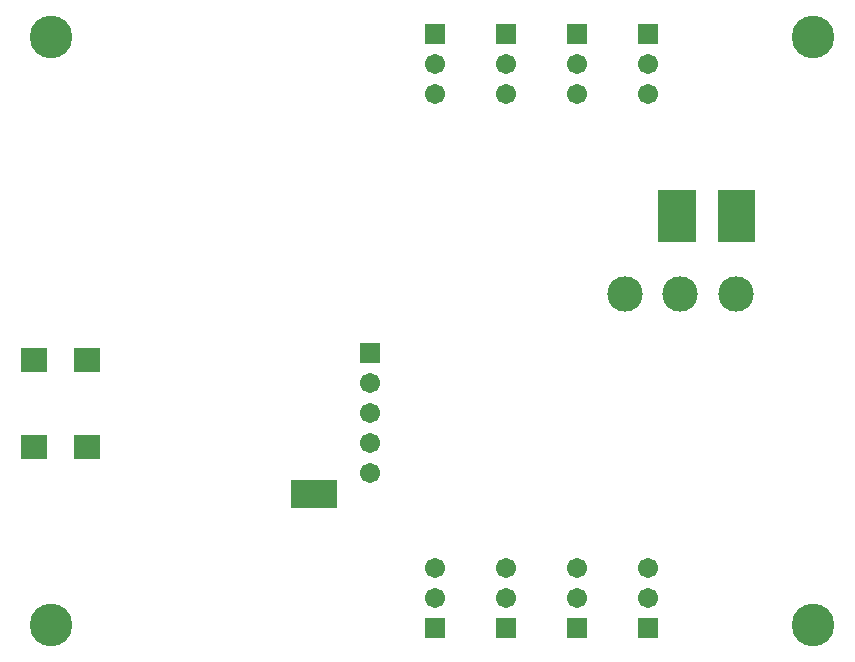
<source format=gbs>
G04 (created by PCBNEW (2013-07-07 BZR 4022)-stable) date 8/5/2019 09:37:44*
%MOIN*%
G04 Gerber Fmt 3.4, Leading zero omitted, Abs format*
%FSLAX34Y34*%
G01*
G70*
G90*
G04 APERTURE LIST*
%ADD10C,0.00590551*%
%ADD11R,0.0907874X0.0789764*%
%ADD12R,0.0691339X0.0789764*%
%ADD13C,0.118346*%
%ADD14R,0.0671654X0.0671654*%
%ADD15C,0.0671654*%
%ADD16C,0.141969*%
%ADD17R,0.156047X0.0920472*%
%ADD18R,0.0868504X0.173465*%
%ADD19C,0.0356693*%
G04 APERTURE END LIST*
G54D10*
G54D11*
X26968Y-27283D03*
X26968Y-30196D03*
G54D12*
X25098Y-27283D03*
X25098Y-30196D03*
G54D11*
X25206Y-27283D03*
X25206Y-30196D03*
G54D13*
X44901Y-25098D03*
X46751Y-25098D03*
X48602Y-25098D03*
G54D14*
X45669Y-36228D03*
G54D15*
X45669Y-35228D03*
X45669Y-34228D03*
G54D14*
X40944Y-36228D03*
G54D15*
X40944Y-35228D03*
X40944Y-34228D03*
G54D14*
X38582Y-36228D03*
G54D15*
X38582Y-35228D03*
X38582Y-34228D03*
G54D14*
X38582Y-16429D03*
G54D15*
X38582Y-17429D03*
X38582Y-18429D03*
G54D14*
X40944Y-16429D03*
G54D15*
X40944Y-17429D03*
X40944Y-18429D03*
G54D14*
X45669Y-16429D03*
G54D15*
X45669Y-17429D03*
X45669Y-18429D03*
G54D14*
X43307Y-16429D03*
G54D15*
X43307Y-17429D03*
X43307Y-18429D03*
G54D14*
X43307Y-36228D03*
G54D15*
X43307Y-35228D03*
X43307Y-34228D03*
G54D14*
X36417Y-27059D03*
G54D15*
X36417Y-28059D03*
X36417Y-29059D03*
X36417Y-30059D03*
X36417Y-31059D03*
G54D16*
X25787Y-16535D03*
X25787Y-36122D03*
X51181Y-36122D03*
X51181Y-16535D03*
G54D17*
X34547Y-31770D03*
G54D18*
X48818Y-22480D03*
G54D19*
X49015Y-23031D03*
X49015Y-22480D03*
X49015Y-21968D03*
G54D18*
X46456Y-22480D03*
G54D19*
X46259Y-23031D03*
X46259Y-22480D03*
X46259Y-21968D03*
X46653Y-21968D03*
X47047Y-21968D03*
X47047Y-22480D03*
X46653Y-22480D03*
X46653Y-23031D03*
X47047Y-23031D03*
X48228Y-21968D03*
X48622Y-21968D03*
X48622Y-22480D03*
X48228Y-22480D03*
X48228Y-23031D03*
X48622Y-23031D03*
G54D18*
X48425Y-22480D03*
X46850Y-22480D03*
M02*

</source>
